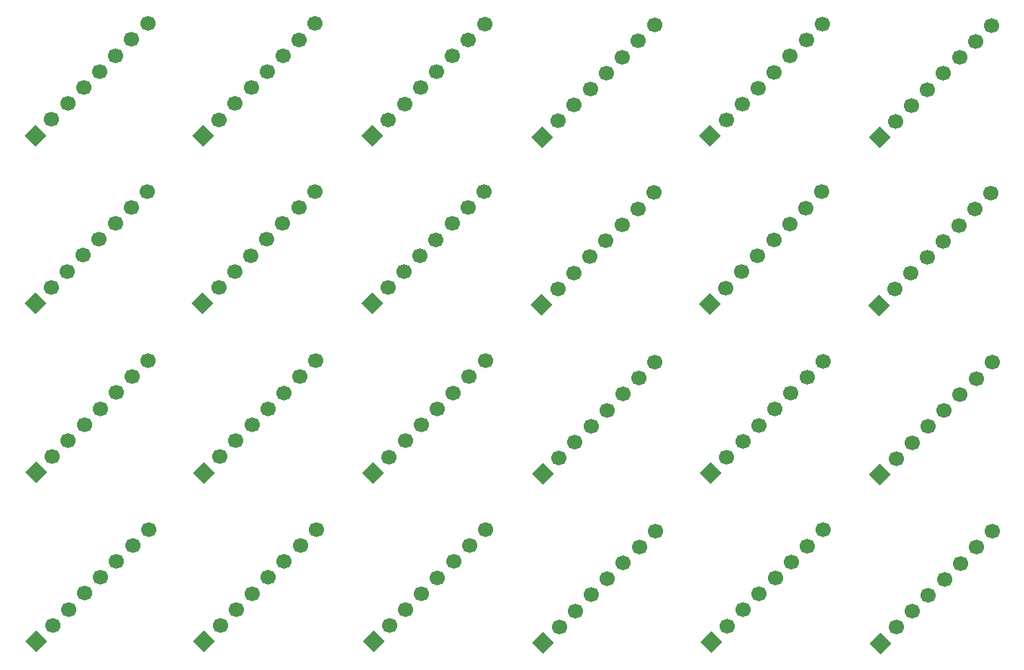
<source format=gbr>
%TF.GenerationSoftware,KiCad,Pcbnew,(7.0.0-0)*%
%TF.CreationDate,2023-04-03T17:09:53+02:00*%
%TF.ProjectId,omniscope,6f6d6e69-7363-46f7-9065-2e6b69636164,rev?*%
%TF.SameCoordinates,Original*%
%TF.FileFunction,Soldermask,Bot*%
%TF.FilePolarity,Negative*%
%FSLAX46Y46*%
G04 Gerber Fmt 4.6, Leading zero omitted, Abs format (unit mm)*
G04 Created by KiCad (PCBNEW (7.0.0-0)) date 2023-04-03 17:09:53*
%MOMM*%
%LPD*%
G01*
G04 APERTURE LIST*
G04 Aperture macros list*
%AMHorizOval*
0 Thick line with rounded ends*
0 $1 width*
0 $2 $3 position (X,Y) of the first rounded end (center of the circle)*
0 $4 $5 position (X,Y) of the second rounded end (center of the circle)*
0 Add line between two ends*
20,1,$1,$2,$3,$4,$5,0*
0 Add two circle primitives to create the rounded ends*
1,1,$1,$2,$3*
1,1,$1,$4,$5*%
%AMRotRect*
0 Rectangle, with rotation*
0 The origin of the aperture is its center*
0 $1 length*
0 $2 width*
0 $3 Rotation angle, in degrees counterclockwise*
0 Add horizontal line*
21,1,$1,$2,0,0,$3*%
G04 Aperture macros list end*
%ADD10RotRect,1.700000X1.700000X135.000000*%
%ADD11HorizOval,1.700000X0.000000X0.000000X0.000000X0.000000X0*%
G04 APERTURE END LIST*
D10*
%TO.C,J7*%
X119699426Y-34600572D03*
D11*
X121495477Y-32804521D03*
X123291528Y-31008470D03*
X125087580Y-29212418D03*
X126883631Y-27416367D03*
X128679682Y-25620316D03*
X130475733Y-23824265D03*
X132271785Y-22028213D03*
%TD*%
D10*
%TO.C,J5*%
X81974426Y-72375572D03*
D11*
X83770477Y-70579521D03*
X85566528Y-68783470D03*
X87362580Y-66987418D03*
X89158631Y-65191367D03*
X90954682Y-63395316D03*
X92750733Y-61599265D03*
X94546785Y-59803213D03*
%TD*%
D10*
%TO.C,J4*%
X62937007Y-72237991D03*
D11*
X64733058Y-70441940D03*
X66529109Y-68645889D03*
X68325161Y-66849837D03*
X70121212Y-65053786D03*
X71917263Y-63257735D03*
X73713314Y-61461684D03*
X75509366Y-59665632D03*
%TD*%
D10*
%TO.C,J6*%
X100836845Y-91213153D03*
D11*
X102632896Y-89417102D03*
X104428947Y-87621051D03*
X106224999Y-85824999D03*
X108021050Y-84028948D03*
X109817101Y-82232897D03*
X111613152Y-80436846D03*
X113409204Y-78640794D03*
%TD*%
D10*
%TO.C,J4*%
X62862007Y-34412991D03*
D11*
X64658058Y-32616940D03*
X66454109Y-30820889D03*
X68250161Y-29024837D03*
X70046212Y-27228786D03*
X71842263Y-25432735D03*
X73638314Y-23636684D03*
X75434366Y-21840632D03*
%TD*%
D10*
%TO.C,J8*%
X43990794Y-91159204D03*
D11*
X45786845Y-89363153D03*
X47582896Y-87567102D03*
X49378948Y-85771050D03*
X51174999Y-83974999D03*
X52971050Y-82178948D03*
X54767101Y-80382897D03*
X56563153Y-78586845D03*
%TD*%
D10*
%TO.C,J7*%
X119811845Y-91363153D03*
D11*
X121607896Y-89567102D03*
X123403947Y-87771051D03*
X125199999Y-85974999D03*
X126996050Y-84178948D03*
X128792101Y-82382897D03*
X130588152Y-80586846D03*
X132384204Y-78790794D03*
%TD*%
D10*
%TO.C,J4*%
X62974426Y-91175572D03*
D11*
X64770477Y-89379521D03*
X66566528Y-87583470D03*
X68362580Y-85787418D03*
X70158631Y-83991367D03*
X71954682Y-82195316D03*
X73750733Y-80399265D03*
X75546785Y-78603213D03*
%TD*%
D10*
%TO.C,J5*%
X81899426Y-34550572D03*
D11*
X83695477Y-32754521D03*
X85491528Y-30958470D03*
X87287580Y-29162418D03*
X89083631Y-27366367D03*
X90879682Y-25570316D03*
X92675733Y-23774265D03*
X94471785Y-21978213D03*
%TD*%
D10*
%TO.C,J6*%
X100674426Y-53275572D03*
D11*
X102470477Y-51479521D03*
X104266528Y-49683470D03*
X106062580Y-47887418D03*
X107858631Y-46091367D03*
X109654682Y-44295316D03*
X111450733Y-42499265D03*
X113246785Y-40703213D03*
%TD*%
D10*
%TO.C,J5*%
X81849426Y-53375572D03*
D11*
X83645477Y-51579521D03*
X85441528Y-49783470D03*
X87237580Y-47987418D03*
X89033631Y-46191367D03*
X90829682Y-44395316D03*
X92625733Y-42599265D03*
X94421785Y-40803213D03*
%TD*%
D10*
%TO.C,J1*%
X25166529Y-72208469D03*
D11*
X26962580Y-70412418D03*
X28758631Y-68616367D03*
X30554683Y-66820315D03*
X32350734Y-65024264D03*
X34146785Y-63228213D03*
X35942836Y-61432162D03*
X37738888Y-59636110D03*
%TD*%
D10*
%TO.C,J5*%
X82011845Y-91313153D03*
D11*
X83807896Y-89517102D03*
X85603947Y-87721051D03*
X87399999Y-85924999D03*
X89196050Y-84128948D03*
X90992101Y-82332897D03*
X92788152Y-80536846D03*
X94584204Y-78740794D03*
%TD*%
D10*
%TO.C,J6*%
X100799426Y-72275572D03*
D11*
X102595477Y-70479521D03*
X104391528Y-68683470D03*
X106187580Y-66887418D03*
X107983631Y-65091367D03*
X109779682Y-63295316D03*
X111575733Y-61499265D03*
X113371785Y-59703213D03*
%TD*%
D10*
%TO.C,J8*%
X43878375Y-34396623D03*
D11*
X45674426Y-32600572D03*
X47470477Y-30804521D03*
X49266529Y-29008469D03*
X51062580Y-27212418D03*
X52858631Y-25416367D03*
X54654682Y-23620316D03*
X56450734Y-21824264D03*
%TD*%
D10*
%TO.C,J6*%
X100724426Y-34450572D03*
D11*
X102520477Y-32654521D03*
X104316528Y-30858470D03*
X106112580Y-29062418D03*
X107908631Y-27266367D03*
X109704682Y-25470316D03*
X111500733Y-23674265D03*
X113296785Y-21878213D03*
%TD*%
D10*
%TO.C,J7*%
X119774426Y-72425572D03*
D11*
X121570477Y-70629521D03*
X123366528Y-68833470D03*
X125162580Y-67037418D03*
X126958631Y-65241367D03*
X128754682Y-63445316D03*
X130550733Y-61649265D03*
X132346785Y-59853213D03*
%TD*%
D10*
%TO.C,J1*%
X25041529Y-53208469D03*
D11*
X26837580Y-51412418D03*
X28633631Y-49616367D03*
X30429683Y-47820315D03*
X32225734Y-46024264D03*
X34021785Y-44228213D03*
X35817836Y-42432162D03*
X37613888Y-40636110D03*
%TD*%
D10*
%TO.C,J8*%
X43828375Y-53221623D03*
D11*
X45624426Y-51425572D03*
X47420477Y-49629521D03*
X49216529Y-47833469D03*
X51012580Y-46037418D03*
X52808631Y-44241367D03*
X54604682Y-42445316D03*
X56400734Y-40649264D03*
%TD*%
D10*
%TO.C,J4*%
X62812007Y-53237991D03*
D11*
X64608058Y-51441940D03*
X66404109Y-49645889D03*
X68200161Y-47849837D03*
X69996212Y-46053786D03*
X71792263Y-44257735D03*
X73588314Y-42461684D03*
X75384366Y-40665632D03*
%TD*%
D10*
%TO.C,J7*%
X119649426Y-53425572D03*
D11*
X121445477Y-51629521D03*
X123241528Y-49833470D03*
X125037580Y-48037418D03*
X126833631Y-46241367D03*
X128629682Y-44445316D03*
X130425733Y-42649265D03*
X132221785Y-40853213D03*
%TD*%
D10*
%TO.C,J8*%
X43953375Y-72221623D03*
D11*
X45749426Y-70425572D03*
X47545477Y-68629521D03*
X49341529Y-66833469D03*
X51137580Y-65037418D03*
X52933631Y-63241367D03*
X54729682Y-61445316D03*
X56525734Y-59649264D03*
%TD*%
D10*
%TO.C,J1*%
X25091529Y-34383469D03*
D11*
X26887580Y-32587418D03*
X28683631Y-30791367D03*
X30479683Y-28995315D03*
X32275734Y-27199264D03*
X34071785Y-25403213D03*
X35867836Y-23607162D03*
X37663888Y-21811110D03*
%TD*%
D10*
%TO.C,J1*%
X25203948Y-91146050D03*
D11*
X26999999Y-89349999D03*
X28796050Y-87553948D03*
X30592102Y-85757896D03*
X32388153Y-83961845D03*
X34184204Y-82165794D03*
X35980255Y-80369743D03*
X37776307Y-78573691D03*
%TD*%
M02*

</source>
